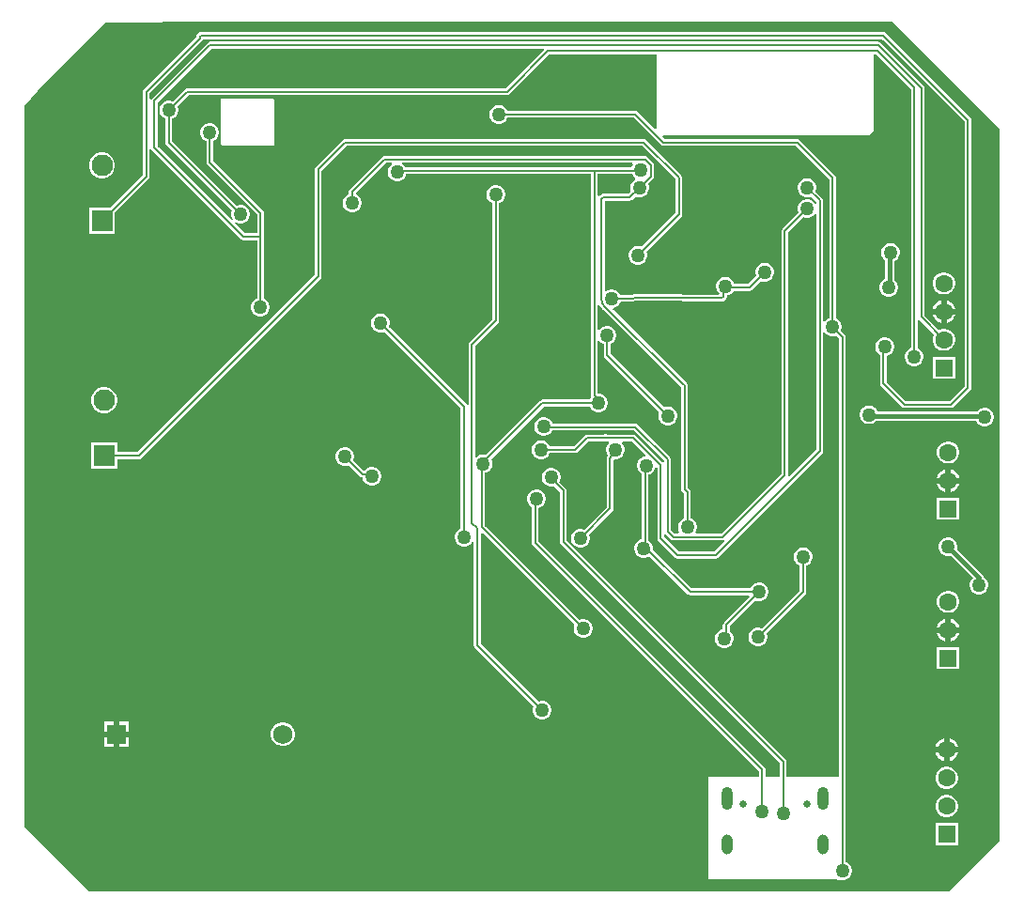
<source format=gbl>
%TF.GenerationSoftware,Altium Limited,Altium Designer,22.4.2 (48)*%
G04 Layer_Physical_Order=2*
G04 Layer_Color=16711680*
%FSLAX45Y45*%
%MOMM*%
%TF.SameCoordinates,2FA726A9-CE4F-4E86-892B-79CA134EB5E5*%
%TF.FilePolarity,Positive*%
%TF.FileFunction,Copper,L2,Bot,Signal*%
%TF.Part,Single*%
G01*
G75*
%TA.AperFunction,Conductor*%
%ADD10C,0.20320*%
%ADD30C,0.38100*%
%TA.AperFunction,ComponentPad*%
%ADD31C,1.60000*%
%ADD32R,1.60000X1.60000*%
%ADD33C,0.65000*%
G04:AMPARAMS|DCode=34|XSize=1mm|YSize=1.8mm|CornerRadius=0.5mm|HoleSize=0mm|Usage=FLASHONLY|Rotation=0.000|XOffset=0mm|YOffset=0mm|HoleType=Round|Shape=RoundedRectangle|*
%AMROUNDEDRECTD34*
21,1,1.00000,0.80000,0,0,0.0*
21,1,0.00000,1.80000,0,0,0.0*
1,1,1.00000,0.00000,-0.40000*
1,1,1.00000,0.00000,-0.40000*
1,1,1.00000,0.00000,0.40000*
1,1,1.00000,0.00000,0.40000*
%
%ADD34ROUNDEDRECTD34*%
G04:AMPARAMS|DCode=35|XSize=1mm|YSize=2.1mm|CornerRadius=0.5mm|HoleSize=0mm|Usage=FLASHONLY|Rotation=0.000|XOffset=0mm|YOffset=0mm|HoleType=Round|Shape=RoundedRectangle|*
%AMROUNDEDRECTD35*
21,1,1.00000,1.10000,0,0,0.0*
21,1,0.00000,2.10000,0,0,0.0*
1,1,1.00000,0.00000,-0.55000*
1,1,1.00000,0.00000,-0.55000*
1,1,1.00000,0.00000,0.55000*
1,1,1.00000,0.00000,0.55000*
%
%ADD35ROUNDEDRECTD35*%
%ADD36C,1.95000*%
%ADD37R,1.95000X1.95000*%
%ADD38C,1.75000*%
%ADD39R,1.75000X1.75000*%
%TA.AperFunction,ViaPad*%
%ADD40C,1.27000*%
G36*
X14116051Y10471150D02*
Y4057650D01*
X13658850Y3600450D01*
X5911850D01*
X5327650Y4184650D01*
Y10680985D01*
X5505917Y10878017D01*
X6062454Y11434554D01*
X7067945Y11436350D01*
X13150850D01*
X14116051Y10471150D01*
D02*
G37*
%LPC*%
G36*
X7569200Y10744200D02*
X7099300D01*
Y10337800D01*
X7112000Y10325100D01*
X7581900D01*
Y10731500D01*
X7569200Y10744200D01*
D02*
G37*
G36*
X6042213Y10261119D02*
X6011191D01*
X5981225Y10253090D01*
X5954359Y10237579D01*
X5932423Y10215643D01*
X5916911Y10188776D01*
X5908882Y10158811D01*
Y10127788D01*
X5916911Y10097823D01*
X5932423Y10070956D01*
X5954359Y10049020D01*
X5981225Y10033509D01*
X6011191Y10025480D01*
X6042213D01*
X6072179Y10033509D01*
X6099045Y10049020D01*
X6120982Y10070956D01*
X6136493Y10097823D01*
X6144522Y10127788D01*
Y10158811D01*
X6136493Y10188776D01*
X6120982Y10215643D01*
X6099045Y10237579D01*
X6072179Y10253090D01*
X6042213Y10261119D01*
D02*
G37*
G36*
X10909300Y10381577D02*
X8216900D01*
X8205007Y10379212D01*
X8194925Y10372475D01*
X7953625Y10131175D01*
X7946888Y10121093D01*
X7944523Y10109200D01*
Y9156872D01*
X6345129Y7557478D01*
X6163020D01*
Y7644221D01*
X5927380D01*
Y7408581D01*
X6163020D01*
Y7495324D01*
X6358001D01*
X6369894Y7497689D01*
X6379976Y7504426D01*
X7997575Y9122025D01*
X8004312Y9132107D01*
X8006677Y9144000D01*
Y10096328D01*
X8229772Y10319423D01*
X10896428D01*
X11195723Y10020128D01*
Y9715672D01*
X10891998Y9411947D01*
X10890853Y9412608D01*
X10869535Y9418320D01*
X10847465D01*
X10826147Y9412608D01*
X10807033Y9401573D01*
X10791427Y9385967D01*
X10780392Y9366853D01*
X10774680Y9345535D01*
Y9323465D01*
X10780392Y9302147D01*
X10791427Y9283033D01*
X10807033Y9267427D01*
X10826147Y9256392D01*
X10847465Y9250680D01*
X10869535D01*
X10890853Y9256392D01*
X10909967Y9267427D01*
X10925573Y9283033D01*
X10936608Y9302147D01*
X10942320Y9323465D01*
Y9345535D01*
X10936608Y9366853D01*
X10935947Y9367998D01*
X11248775Y9680825D01*
X11255512Y9690907D01*
X11257877Y9702800D01*
Y10033000D01*
X11255512Y10044893D01*
X11248775Y10054975D01*
X10931275Y10372475D01*
X10921193Y10379212D01*
X10909300Y10381577D01*
D02*
G37*
G36*
X13627608Y9180820D02*
X13601193D01*
X13575677Y9173983D01*
X13552802Y9160776D01*
X13534125Y9142098D01*
X13520917Y9119222D01*
X13514079Y9093707D01*
Y9067293D01*
X13520917Y9041778D01*
X13534125Y9018902D01*
X13552802Y9000224D01*
X13575677Y8987017D01*
X13601193Y8980180D01*
X13627608D01*
X13653122Y8987017D01*
X13675998Y9000224D01*
X13694676Y9018902D01*
X13707883Y9041778D01*
X13714720Y9067293D01*
Y9093707D01*
X13707883Y9119222D01*
X13694676Y9142098D01*
X13675998Y9160776D01*
X13653122Y9173983D01*
X13627608Y9180820D01*
D02*
G37*
G36*
X13142834Y9443720D02*
X13120766D01*
X13099448Y9438008D01*
X13080333Y9426973D01*
X13064726Y9411367D01*
X13053693Y9392253D01*
X13047980Y9370935D01*
Y9348865D01*
X13053693Y9327547D01*
X13064726Y9308433D01*
X13080333Y9292827D01*
X13085309Y9289955D01*
Y9119677D01*
X13067633Y9109473D01*
X13052026Y9093867D01*
X13040993Y9074753D01*
X13035280Y9053435D01*
Y9031365D01*
X13040993Y9010047D01*
X13052026Y8990933D01*
X13067633Y8975327D01*
X13086748Y8964292D01*
X13108064Y8958580D01*
X13130135D01*
X13151453Y8964292D01*
X13170567Y8975327D01*
X13186172Y8990933D01*
X13197208Y9010047D01*
X13202921Y9031365D01*
Y9053435D01*
X13197208Y9074753D01*
X13186172Y9093867D01*
X13170567Y9109473D01*
X13165591Y9112345D01*
Y9282623D01*
X13183267Y9292827D01*
X13198872Y9308433D01*
X13209908Y9327547D01*
X13215620Y9348865D01*
Y9370935D01*
X13209908Y9392253D01*
X13198872Y9411367D01*
X13183267Y9426973D01*
X13164153Y9438008D01*
X13142834Y9443720D01*
D02*
G37*
G36*
X13639799Y8928812D02*
Y8851900D01*
X13716711D01*
X13712617Y8867183D01*
X13698741Y8891217D01*
X13679117Y8910841D01*
X13655083Y8924717D01*
X13639799Y8928812D01*
D02*
G37*
G36*
X13589000D02*
X13573717Y8924717D01*
X13549683Y8910841D01*
X13530058Y8891217D01*
X13516183Y8867183D01*
X13512088Y8851900D01*
X13589000D01*
Y8928812D01*
D02*
G37*
G36*
X13716711Y8801100D02*
X13639799D01*
Y8724188D01*
X13655083Y8728283D01*
X13679117Y8742159D01*
X13698741Y8761783D01*
X13712617Y8785817D01*
X13716711Y8801100D01*
D02*
G37*
G36*
X13589000D02*
X13512088D01*
X13516183Y8785817D01*
X13530058Y8761783D01*
X13549683Y8742159D01*
X13573717Y8728283D01*
X13589000Y8724188D01*
Y8801100D01*
D02*
G37*
G36*
X13714720Y8418820D02*
X13514079D01*
Y8218180D01*
X13714720D01*
Y8418820D01*
D02*
G37*
G36*
X13070659Y11344418D02*
X6918344D01*
X6906451Y11342052D01*
X6896369Y11335315D01*
X6886825Y11325772D01*
X6880088Y11315690D01*
X6877723Y11303797D01*
Y11303172D01*
X6404225Y10829675D01*
X6397488Y10819593D01*
X6395123Y10807700D01*
Y10055671D01*
X6100573Y9761120D01*
X5908882D01*
Y9525481D01*
X6144522D01*
Y9717171D01*
X6448175Y10020823D01*
X6454912Y10030906D01*
X6457277Y10042798D01*
Y10283850D01*
X6469051Y10291357D01*
X6469977Y10291234D01*
X6476142Y10282008D01*
X7280525Y9477625D01*
X7290607Y9470888D01*
X7302500Y9468523D01*
X7423823D01*
Y8943050D01*
X7422547Y8942708D01*
X7403433Y8931673D01*
X7387827Y8916067D01*
X7376792Y8896953D01*
X7371080Y8875635D01*
Y8853565D01*
X7376792Y8832247D01*
X7387827Y8813133D01*
X7403433Y8797527D01*
X7422547Y8786492D01*
X7443865Y8780780D01*
X7465935D01*
X7487253Y8786492D01*
X7506367Y8797527D01*
X7521973Y8813133D01*
X7533008Y8832247D01*
X7538720Y8853565D01*
Y8875635D01*
X7533008Y8896953D01*
X7521973Y8916067D01*
X7506367Y8931673D01*
X7487253Y8942708D01*
X7485977Y8943050D01*
Y9499600D01*
Y9715500D01*
X7483612Y9727393D01*
X7476875Y9737475D01*
X7028777Y10185572D01*
Y10360950D01*
X7030053Y10361292D01*
X7049167Y10372327D01*
X7064773Y10387933D01*
X7075808Y10407047D01*
X7081520Y10428365D01*
Y10450435D01*
X7075808Y10471753D01*
X7064773Y10490867D01*
X7049167Y10506473D01*
X7030053Y10517508D01*
X7008735Y10523220D01*
X6986665D01*
X6965347Y10517508D01*
X6946233Y10506473D01*
X6930627Y10490867D01*
X6919592Y10471753D01*
X6913880Y10450435D01*
Y10428365D01*
X6919592Y10407047D01*
X6930627Y10387933D01*
X6946233Y10372327D01*
X6965347Y10361292D01*
X6966623Y10360950D01*
Y10172700D01*
X6968988Y10160807D01*
X6975725Y10150725D01*
X7423823Y9702627D01*
Y9530677D01*
X7315373D01*
X7224105Y9621945D01*
X7231903Y9632107D01*
X7244747Y9624692D01*
X7266065Y9618980D01*
X7288135D01*
X7309453Y9624692D01*
X7328567Y9635727D01*
X7344173Y9651333D01*
X7355208Y9670447D01*
X7360920Y9691765D01*
Y9713835D01*
X7355208Y9735153D01*
X7344173Y9754267D01*
X7328567Y9769873D01*
X7309453Y9780908D01*
X7288135Y9786620D01*
X7266065D01*
X7244747Y9780908D01*
X7243603Y9780247D01*
X6660477Y10363372D01*
Y10564150D01*
X6661753Y10564492D01*
X6680867Y10575527D01*
X6696473Y10591133D01*
X6707508Y10610247D01*
X6713220Y10631565D01*
Y10653635D01*
X6707508Y10674953D01*
X6706847Y10676098D01*
X6807372Y10776623D01*
X9678677D01*
X9690569Y10778988D01*
X9700651Y10785725D01*
X10059849Y11144923D01*
X11023600D01*
Y10476277D01*
X11011867Y10471417D01*
X10856809Y10626475D01*
X10846727Y10633212D01*
X10834834Y10635577D01*
X9679650D01*
X9679308Y10636853D01*
X9668273Y10655967D01*
X9652667Y10671573D01*
X9633553Y10682608D01*
X9612235Y10688320D01*
X9590165D01*
X9568847Y10682608D01*
X9549733Y10671573D01*
X9534127Y10655967D01*
X9523092Y10636853D01*
X9517380Y10615535D01*
Y10593465D01*
X9523092Y10572147D01*
X9534127Y10553033D01*
X9549733Y10537427D01*
X9568847Y10526392D01*
X9590165Y10520680D01*
X9612235D01*
X9633553Y10526392D01*
X9652667Y10537427D01*
X9668273Y10553033D01*
X9679308Y10572147D01*
X9679650Y10573423D01*
X10821961D01*
X11066859Y10328525D01*
X11076941Y10321788D01*
X11088834Y10319423D01*
X12280728D01*
X12580023Y10020128D01*
Y8765250D01*
X12578747Y8764908D01*
X12559633Y8753873D01*
X12544027Y8738267D01*
X12540577Y8732291D01*
X12527877Y8735694D01*
Y9829800D01*
X12525512Y9841693D01*
X12518775Y9851775D01*
X12459947Y9910602D01*
X12460608Y9911747D01*
X12466320Y9933065D01*
Y9955135D01*
X12460608Y9976453D01*
X12449573Y9995567D01*
X12433967Y10011173D01*
X12414853Y10022208D01*
X12393535Y10027920D01*
X12371465D01*
X12350147Y10022208D01*
X12331033Y10011173D01*
X12315427Y9995567D01*
X12304392Y9976453D01*
X12298680Y9955135D01*
Y9933065D01*
X12304392Y9911747D01*
X12315427Y9892633D01*
X12331033Y9877027D01*
X12350147Y9865992D01*
X12371465Y9860280D01*
X12393535D01*
X12414853Y9865992D01*
X12415998Y9866653D01*
X12465723Y9816928D01*
Y9802494D01*
X12453023Y9799091D01*
X12449573Y9805067D01*
X12433967Y9820673D01*
X12414853Y9831708D01*
X12393535Y9837420D01*
X12371465D01*
X12350147Y9831708D01*
X12331033Y9820673D01*
X12315427Y9805067D01*
X12304392Y9785953D01*
X12298680Y9764635D01*
Y9742565D01*
X12304392Y9721247D01*
X12305053Y9720102D01*
X12157325Y9572375D01*
X12150588Y9562293D01*
X12148223Y9550400D01*
Y7366172D01*
X11607628Y6825577D01*
X11381063D01*
X11373735Y6838277D01*
X11381108Y6851047D01*
X11386820Y6872365D01*
Y6894435D01*
X11381108Y6915753D01*
X11370073Y6934867D01*
X11354467Y6950473D01*
X11335353Y6961508D01*
X11334077Y6961850D01*
Y7200900D01*
X11331712Y7212793D01*
X11324975Y7222875D01*
X11308677Y7239172D01*
Y8160148D01*
X11306312Y8172041D01*
X11299575Y8182123D01*
X11287671Y8194027D01*
X11287587Y8194083D01*
X11287530Y8194166D01*
X10627635Y8845687D01*
X10633777Y8857470D01*
X10653202Y8862675D01*
X10672316Y8873710D01*
X10687922Y8889316D01*
X10698957Y8908429D01*
X10700168Y8912950D01*
X10726270Y8914026D01*
X10726300Y8914033D01*
X10726330Y8914029D01*
X10919506Y8922369D01*
X10919602Y8922393D01*
X10921195Y8922709D01*
X10922578Y8922420D01*
X11596606Y8915676D01*
X11596762Y8915706D01*
X11596917Y8915675D01*
X11613752D01*
X11625645Y8918040D01*
X11635727Y8924777D01*
X11650095Y8939145D01*
X11656832Y8949227D01*
X11659197Y8961120D01*
Y8971886D01*
X11678253Y8976992D01*
X11697367Y8988027D01*
X11712973Y9003633D01*
X11717412Y9011323D01*
X11861800D01*
X11873693Y9013688D01*
X11883775Y9020425D01*
X11968002Y9104653D01*
X11969147Y9103992D01*
X11990465Y9098280D01*
X12012535D01*
X12033853Y9103992D01*
X12052967Y9115027D01*
X12068573Y9130633D01*
X12079608Y9149747D01*
X12085320Y9171065D01*
Y9193135D01*
X12079608Y9214453D01*
X12068573Y9233567D01*
X12052967Y9249173D01*
X12033853Y9260208D01*
X12012535Y9265920D01*
X11990465D01*
X11969147Y9260208D01*
X11950033Y9249173D01*
X11934427Y9233567D01*
X11923392Y9214453D01*
X11917680Y9193135D01*
Y9171065D01*
X11923392Y9149747D01*
X11924053Y9148602D01*
X11848928Y9073477D01*
X11727753D01*
X11724008Y9087453D01*
X11712973Y9106567D01*
X11697367Y9122173D01*
X11678253Y9133208D01*
X11656935Y9138920D01*
X11634865D01*
X11613547Y9133208D01*
X11594433Y9122173D01*
X11578827Y9106567D01*
X11567792Y9087453D01*
X11562080Y9066135D01*
Y9044065D01*
X11567792Y9022747D01*
X11578827Y9003633D01*
X11591879Y8990582D01*
X11588749Y8979869D01*
X11587395Y8977926D01*
X10935899Y8984444D01*
X10923203Y8984852D01*
X10922000Y8985010D01*
X10918748Y8984582D01*
X10916825Y8984466D01*
X10910703Y8984201D01*
X10723679Y8976126D01*
X10697845Y8975061D01*
X10687922Y8992249D01*
X10672316Y9007855D01*
X10653202Y9018890D01*
X10631884Y9024602D01*
X10609814D01*
X10588496Y9018890D01*
X10570754Y9008647D01*
X10559560Y9011933D01*
X10558060Y9012556D01*
X10559347Y9824123D01*
X10782300D01*
X10794193Y9826488D01*
X10804275Y9833225D01*
X10837702Y9866653D01*
X10838847Y9865992D01*
X10860165Y9860280D01*
X10882235D01*
X10903553Y9865992D01*
X10922667Y9877027D01*
X10938273Y9892633D01*
X10949308Y9911747D01*
X10955020Y9933065D01*
Y9955135D01*
X10949308Y9976453D01*
X10948647Y9977598D01*
X10994775Y10023725D01*
X11001512Y10033807D01*
X11003877Y10045700D01*
Y10146023D01*
X11001512Y10157916D01*
X10994775Y10167998D01*
X10942698Y10220075D01*
X10932616Y10226812D01*
X10920723Y10229177D01*
X8572500D01*
X8560607Y10226812D01*
X8550525Y10220075D01*
X8258425Y9927975D01*
X8251688Y9917893D01*
X8249323Y9906000D01*
Y9882850D01*
X8248047Y9882508D01*
X8228933Y9871473D01*
X8213327Y9855867D01*
X8202292Y9836753D01*
X8196580Y9815435D01*
Y9793365D01*
X8202292Y9772047D01*
X8213327Y9752933D01*
X8228933Y9737327D01*
X8248047Y9726292D01*
X8269365Y9720580D01*
X8291435D01*
X8312753Y9726292D01*
X8331867Y9737327D01*
X8347473Y9752933D01*
X8358508Y9772047D01*
X8364220Y9793365D01*
Y9815435D01*
X8358508Y9836753D01*
X8347473Y9855867D01*
X8331867Y9871473D01*
X8314318Y9881604D01*
X8313111Y9891106D01*
X8313270Y9894920D01*
X8585373Y10167023D01*
X8637906D01*
X8641309Y10154323D01*
X8635333Y10150873D01*
X8619727Y10135267D01*
X8608692Y10116153D01*
X8602980Y10094835D01*
Y10072765D01*
X8608692Y10051447D01*
X8619727Y10032333D01*
X8635333Y10016727D01*
X8654447Y10005692D01*
X8675765Y9999980D01*
X8697835D01*
X8719153Y10005692D01*
X8738267Y10016727D01*
X8753873Y10032333D01*
X8764908Y10051447D01*
X8768653Y10065423D01*
X10433723D01*
Y8066243D01*
X10436088Y8054350D01*
X10436738Y8053378D01*
X10435827Y8052467D01*
X10424792Y8033353D01*
X10424450Y8032077D01*
X9994900D01*
X9983007Y8029712D01*
X9972925Y8022975D01*
X9485627Y7535677D01*
X9474269Y7538720D01*
X9452199D01*
X9430881Y7533008D01*
X9411767Y7521973D01*
X9403677Y7513883D01*
X9390977Y7519143D01*
Y8514082D01*
X9597775Y8720880D01*
X9604512Y8730962D01*
X9606877Y8742854D01*
Y9802150D01*
X9608153Y9802492D01*
X9627267Y9813527D01*
X9642873Y9829133D01*
X9653908Y9848247D01*
X9659620Y9869565D01*
Y9891635D01*
X9653908Y9912953D01*
X9642873Y9932067D01*
X9627267Y9947673D01*
X9608153Y9958708D01*
X9586835Y9964420D01*
X9564765D01*
X9543447Y9958708D01*
X9524333Y9947673D01*
X9508727Y9932067D01*
X9497692Y9912953D01*
X9491980Y9891635D01*
Y9869565D01*
X9497692Y9848247D01*
X9508727Y9829133D01*
X9524333Y9813527D01*
X9543447Y9802492D01*
X9544723Y9802150D01*
Y8755727D01*
X9337925Y8548929D01*
X9331188Y8538847D01*
X9328823Y8526954D01*
Y7988945D01*
X9316123Y7985092D01*
X9312025Y7991225D01*
X8611847Y8691402D01*
X8612508Y8692547D01*
X8618220Y8713865D01*
Y8735935D01*
X8612508Y8757253D01*
X8601473Y8776367D01*
X8585867Y8791973D01*
X8566753Y8803008D01*
X8545435Y8808720D01*
X8523365D01*
X8502047Y8803008D01*
X8482933Y8791973D01*
X8467327Y8776367D01*
X8456292Y8757253D01*
X8450580Y8735935D01*
Y8713865D01*
X8456292Y8692547D01*
X8467327Y8673433D01*
X8482933Y8657827D01*
X8502047Y8646792D01*
X8523365Y8641080D01*
X8545435D01*
X8566753Y8646792D01*
X8567898Y8647453D01*
X9258973Y7956378D01*
Y6872950D01*
X9257697Y6872608D01*
X9238583Y6861573D01*
X9222977Y6845967D01*
X9211942Y6826853D01*
X9206230Y6805535D01*
Y6783465D01*
X9211942Y6762147D01*
X9222977Y6743033D01*
X9238583Y6727427D01*
X9257697Y6716392D01*
X9279015Y6710680D01*
X9301085D01*
X9322403Y6716392D01*
X9341517Y6727427D01*
X9357123Y6743033D01*
X9364383Y6755608D01*
X9377083Y6752205D01*
Y5819140D01*
X9379448Y5807247D01*
X9386185Y5797165D01*
X9917453Y5265898D01*
X9916792Y5264753D01*
X9911080Y5243435D01*
Y5221365D01*
X9916792Y5200047D01*
X9927827Y5180933D01*
X9943433Y5165327D01*
X9962547Y5154292D01*
X9983865Y5148580D01*
X10005935D01*
X10027253Y5154292D01*
X10046367Y5165327D01*
X10061973Y5180933D01*
X10073008Y5200047D01*
X10078720Y5221365D01*
Y5243435D01*
X10073008Y5264753D01*
X10061973Y5283867D01*
X10046367Y5299473D01*
X10027253Y5310508D01*
X10005935Y5316220D01*
X9983865D01*
X9962547Y5310508D01*
X9961402Y5309847D01*
X9439237Y5832012D01*
Y6832420D01*
X9450970Y6837280D01*
X10285753Y6002498D01*
X10285092Y6001353D01*
X10279380Y5980035D01*
Y5957965D01*
X10285092Y5936647D01*
X10296127Y5917533D01*
X10311733Y5901927D01*
X10330847Y5890892D01*
X10352165Y5885180D01*
X10374235D01*
X10395553Y5890892D01*
X10414667Y5901927D01*
X10430273Y5917533D01*
X10441308Y5936647D01*
X10447020Y5957965D01*
Y5980035D01*
X10441308Y6001353D01*
X10430273Y6020467D01*
X10414667Y6036073D01*
X10395553Y6047108D01*
X10374235Y6052820D01*
X10352165D01*
X10330847Y6047108D01*
X10329702Y6046447D01*
X9479877Y6896272D01*
Y7372583D01*
X9495587Y7376792D01*
X9514701Y7387827D01*
X9530307Y7403433D01*
X9541342Y7422547D01*
X9547054Y7443865D01*
Y7465935D01*
X9541342Y7487253D01*
X9535398Y7497548D01*
X10007772Y7969923D01*
X10424450D01*
X10424792Y7968647D01*
X10435827Y7949533D01*
X10451433Y7933927D01*
X10470547Y7922892D01*
X10491865Y7917180D01*
X10513935D01*
X10535253Y7922892D01*
X10554367Y7933927D01*
X10569973Y7949533D01*
X10581008Y7968647D01*
X10586720Y7989965D01*
Y8012035D01*
X10581008Y8033353D01*
X10569973Y8052467D01*
X10554367Y8068073D01*
X10535253Y8079108D01*
X10513935Y8084820D01*
X10495877D01*
Y8561706D01*
X10508577Y8565109D01*
X10512027Y8559133D01*
X10527633Y8543527D01*
X10546747Y8532492D01*
X10548023Y8532150D01*
Y8432800D01*
X10550388Y8420907D01*
X10557125Y8410825D01*
X11047753Y7920198D01*
X11047092Y7919053D01*
X11041380Y7897735D01*
Y7875665D01*
X11047092Y7854347D01*
X11058127Y7835233D01*
X11073733Y7819627D01*
X11092847Y7808592D01*
X11114165Y7802880D01*
X11136235D01*
X11157553Y7808592D01*
X11176667Y7819627D01*
X11192273Y7835233D01*
X11203308Y7854347D01*
X11209020Y7875665D01*
Y7897735D01*
X11203308Y7919053D01*
X11192273Y7938167D01*
X11176667Y7953773D01*
X11157553Y7964808D01*
X11136235Y7970520D01*
X11114165D01*
X11092847Y7964808D01*
X11091702Y7964147D01*
X10610177Y8445672D01*
Y8532150D01*
X10611453Y8532492D01*
X10630567Y8543527D01*
X10646173Y8559133D01*
X10657208Y8578247D01*
X10662920Y8599565D01*
Y8621635D01*
X10657208Y8642953D01*
X10646173Y8662067D01*
X10630567Y8677673D01*
X10611453Y8688708D01*
X10590135Y8694420D01*
X10568065D01*
X10546747Y8688708D01*
X10527633Y8677673D01*
X10512027Y8662067D01*
X10508577Y8656091D01*
X10495877Y8659494D01*
Y8884075D01*
X10508577Y8886601D01*
X10512133Y8878016D01*
X10524933Y8861335D01*
X10532083Y8852016D01*
X10532566Y8851645D01*
X10532819Y8851900D01*
X10532881Y8851895D01*
X11243802Y8149996D01*
X11246523Y8147276D01*
Y7226300D01*
X11248888Y7214407D01*
X11255625Y7204325D01*
X11271923Y7188028D01*
Y6961850D01*
X11270647Y6961508D01*
X11251533Y6950473D01*
X11235927Y6934867D01*
X11224892Y6915753D01*
X11219180Y6894435D01*
Y6872365D01*
X11224892Y6851047D01*
X11232265Y6838277D01*
X11224937Y6825577D01*
X11188076D01*
X11156277Y6857376D01*
Y7493000D01*
X11153912Y7504893D01*
X11147175Y7514975D01*
X10855075Y7807075D01*
X10844993Y7813812D01*
X10833100Y7816177D01*
X10087105D01*
X10085402Y7822535D01*
X10074367Y7841648D01*
X10058761Y7857254D01*
X10039647Y7868289D01*
X10018329Y7874001D01*
X9996259D01*
X9974941Y7868289D01*
X9955827Y7857254D01*
X9940221Y7841648D01*
X9929186Y7822535D01*
X9923474Y7801216D01*
Y7779146D01*
X9929186Y7757828D01*
X9940221Y7738715D01*
X9955827Y7723109D01*
X9974941Y7712073D01*
X9996259Y7706361D01*
X10018329D01*
X10039647Y7712073D01*
X10058761Y7723109D01*
X10074367Y7738715D01*
X10083205Y7754023D01*
X10820228D01*
X11092561Y7481689D01*
X11091882Y7470560D01*
X11079960Y7466613D01*
X10851907Y7694665D01*
X10851907Y7694666D01*
X10846515Y7700057D01*
X10846515Y7700058D01*
X10840119Y7706453D01*
X10830037Y7713190D01*
X10818144Y7715555D01*
X10591012D01*
X10589801Y7717367D01*
X10579719Y7724104D01*
X10576697Y7724705D01*
X10576523Y7724805D01*
X10575521Y7724939D01*
X10567826Y7726469D01*
X10566490D01*
X10565502Y7726273D01*
X10564504Y7726406D01*
X10563857Y7726365D01*
X10557649Y7724711D01*
X10554597Y7724104D01*
X10554085Y7723762D01*
X10552140Y7723244D01*
X10542509Y7715876D01*
X10542323Y7715555D01*
X10396027D01*
X10384135Y7713190D01*
X10374053Y7706453D01*
X10280577Y7612977D01*
X10060650D01*
X10060308Y7614253D01*
X10049273Y7633367D01*
X10033667Y7648973D01*
X10014553Y7660008D01*
X9993235Y7665720D01*
X9971165D01*
X9949847Y7660008D01*
X9930733Y7648973D01*
X9915127Y7633367D01*
X9904092Y7614253D01*
X9898380Y7592935D01*
Y7570865D01*
X9904092Y7549547D01*
X9915127Y7530433D01*
X9930733Y7514827D01*
X9949847Y7503792D01*
X9971165Y7498080D01*
X9993235D01*
X10014553Y7503792D01*
X10033667Y7514827D01*
X10049273Y7530433D01*
X10060308Y7549547D01*
X10060650Y7550823D01*
X10293449D01*
X10305342Y7553188D01*
X10315424Y7559925D01*
X10408900Y7653401D01*
X10590301D01*
X10595561Y7640701D01*
X10588227Y7633367D01*
X10577192Y7614253D01*
X10571480Y7592935D01*
Y7570865D01*
X10577192Y7549547D01*
X10587893Y7531012D01*
X10579773Y7517689D01*
X10578942Y7515419D01*
X10577599Y7513409D01*
X10576877Y7509779D01*
X10575604Y7506302D01*
X10575705Y7503886D01*
X10575233Y7501516D01*
X10575233Y7484682D01*
Y7063182D01*
X10371298Y6859247D01*
X10370153Y6859908D01*
X10348835Y6865620D01*
X10326765D01*
X10305447Y6859908D01*
X10286333Y6848873D01*
X10270727Y6833267D01*
X10259692Y6814153D01*
X10253980Y6792835D01*
Y6770765D01*
X10259692Y6749447D01*
X10270727Y6730333D01*
X10286333Y6714727D01*
X10305447Y6703692D01*
X10326765Y6697980D01*
X10348835D01*
X10370153Y6703692D01*
X10389267Y6714727D01*
X10404873Y6730333D01*
X10415908Y6749447D01*
X10421620Y6770765D01*
Y6792835D01*
X10415908Y6814153D01*
X10415247Y6815298D01*
X10628285Y7028335D01*
X10635022Y7038417D01*
X10637387Y7050310D01*
Y7486999D01*
X10644265Y7498080D01*
X10666335D01*
X10687653Y7503792D01*
X10706767Y7514827D01*
X10722373Y7530433D01*
X10733408Y7549547D01*
X10739120Y7570865D01*
Y7592935D01*
X10733408Y7614253D01*
X10722373Y7633367D01*
X10715039Y7640701D01*
X10720299Y7653401D01*
X10805272D01*
X10807958Y7650715D01*
X10807959Y7650714D01*
X10924809Y7533864D01*
X10923619Y7530990D01*
X10918663Y7522050D01*
X10898754Y7516715D01*
X10879641Y7505680D01*
X10864035Y7490074D01*
X10853000Y7470961D01*
X10847288Y7449643D01*
Y7427573D01*
X10853000Y7406254D01*
X10864035Y7387141D01*
X10879641Y7371535D01*
X10892114Y7364334D01*
X10891091Y7354526D01*
X10891241Y7352901D01*
X10890923Y7351302D01*
X10890923Y7334468D01*
Y6774753D01*
X10876947Y6771008D01*
X10857833Y6759973D01*
X10842227Y6744367D01*
X10831192Y6725253D01*
X10825480Y6703935D01*
Y6681865D01*
X10831192Y6660547D01*
X10842227Y6641433D01*
X10857833Y6625827D01*
X10876947Y6614792D01*
X10898265Y6609080D01*
X10920335D01*
X10941653Y6614792D01*
X10958901Y6624750D01*
X11306425Y6277225D01*
X11316507Y6270488D01*
X11328400Y6268123D01*
X11857712D01*
X11862973Y6255423D01*
X11631637Y6024087D01*
X11624901Y6014005D01*
X11622535Y6002112D01*
Y5963920D01*
X11622165D01*
X11600847Y5958208D01*
X11581733Y5947173D01*
X11566127Y5931567D01*
X11555092Y5912453D01*
X11549380Y5891135D01*
Y5869065D01*
X11555092Y5847747D01*
X11566127Y5828633D01*
X11581733Y5813027D01*
X11600847Y5801992D01*
X11622165Y5796280D01*
X11644235D01*
X11665553Y5801992D01*
X11684667Y5813027D01*
X11700273Y5828633D01*
X11711308Y5847747D01*
X11717020Y5869065D01*
Y5891135D01*
X11711308Y5912453D01*
X11700273Y5931567D01*
X11684689Y5947150D01*
Y5989240D01*
X11917202Y6221753D01*
X11918347Y6221092D01*
X11939665Y6215380D01*
X11961735D01*
X11983053Y6221092D01*
X12002167Y6232127D01*
X12017773Y6247733D01*
X12028808Y6266847D01*
X12034520Y6288165D01*
Y6310235D01*
X12028808Y6331553D01*
X12017773Y6350667D01*
X12002167Y6366273D01*
X11983053Y6377308D01*
X11961735Y6383020D01*
X11939665D01*
X11918347Y6377308D01*
X11899233Y6366273D01*
X11883627Y6350667D01*
X11872592Y6331553D01*
X11872250Y6330277D01*
X11341272D01*
X10992394Y6679156D01*
X10993120Y6681865D01*
Y6703935D01*
X10987408Y6725253D01*
X10976373Y6744367D01*
X10960767Y6759973D01*
X10953077Y6764412D01*
Y7334467D01*
X10953077Y7349684D01*
X10953939Y7357949D01*
X10963461Y7360500D01*
X10982574Y7371535D01*
X10998180Y7387141D01*
X11009215Y7406254D01*
X11012036Y7416779D01*
X11026761Y7423305D01*
X11029690Y7421739D01*
X11030623Y7420327D01*
Y6781003D01*
X11032988Y6769110D01*
X11039725Y6759028D01*
X11191328Y6607425D01*
X11201410Y6600688D01*
X11213303Y6598323D01*
X11557000D01*
X11568893Y6600688D01*
X11578975Y6607425D01*
X12518775Y7547225D01*
X12525512Y7557307D01*
X12527877Y7569200D01*
Y8637906D01*
X12540577Y8641309D01*
X12544027Y8635333D01*
X12559633Y8619727D01*
X12578747Y8608692D01*
X12600065Y8602980D01*
X12622135D01*
X12643453Y8608692D01*
X12644598Y8609353D01*
X12668923Y8585027D01*
Y4635443D01*
X12197677D01*
Y4768850D01*
X12195312Y4780743D01*
X12188575Y4790825D01*
X10216477Y6762922D01*
Y7213600D01*
X10214112Y7225493D01*
X10207375Y7235575D01*
X10149510Y7293440D01*
X10152800Y7299139D01*
X10158512Y7320457D01*
Y7342527D01*
X10152800Y7363845D01*
X10141765Y7382959D01*
X10126159Y7398565D01*
X10107045Y7409600D01*
X10085727Y7415312D01*
X10063657D01*
X10042339Y7409600D01*
X10023225Y7398565D01*
X10007619Y7382959D01*
X9996584Y7363845D01*
X9990872Y7342527D01*
Y7320457D01*
X9996584Y7299139D01*
X10007619Y7280025D01*
X10023225Y7264419D01*
X10042339Y7253384D01*
X10063657Y7247672D01*
X10085727D01*
X10102803Y7252248D01*
X10154323Y7200728D01*
Y6750050D01*
X10156688Y6738157D01*
X10163425Y6728075D01*
X12135523Y4755978D01*
Y4635443D01*
X12007177D01*
Y4699000D01*
X12004812Y4710893D01*
X11998075Y4720975D01*
X9962477Y6756572D01*
Y7055547D01*
X9976453Y7059292D01*
X9995567Y7070327D01*
X10011173Y7085933D01*
X10022208Y7105047D01*
X10027920Y7126365D01*
Y7148435D01*
X10022208Y7169753D01*
X10011173Y7188867D01*
X9995567Y7204473D01*
X9976453Y7215508D01*
X9955135Y7221220D01*
X9933065D01*
X9911747Y7215508D01*
X9892633Y7204473D01*
X9877027Y7188867D01*
X9865992Y7169753D01*
X9860280Y7148435D01*
Y7126365D01*
X9865992Y7105047D01*
X9877027Y7085933D01*
X9892633Y7070327D01*
X9900323Y7065888D01*
Y6743700D01*
X9902688Y6731807D01*
X9909425Y6721725D01*
X11945023Y4686128D01*
Y4635443D01*
X11493500D01*
Y4610043D01*
Y3708343D01*
X12649200D01*
X12661900Y3695643D01*
X12671671Y3705414D01*
X12688965Y3700780D01*
X12711035D01*
X12732353Y3706492D01*
X12751467Y3717527D01*
X12767073Y3733133D01*
X12778108Y3752247D01*
X12783820Y3773565D01*
Y3795635D01*
X12778108Y3816953D01*
X12767073Y3836067D01*
X12751467Y3851673D01*
X12732353Y3862708D01*
X12731077Y3863050D01*
Y8597900D01*
X12728712Y8609793D01*
X12721975Y8619875D01*
X12688547Y8653302D01*
X12689208Y8654447D01*
X12694920Y8675765D01*
Y8697835D01*
X12689208Y8719153D01*
X12678173Y8738267D01*
X12662567Y8753873D01*
X12643453Y8764908D01*
X12642177Y8765250D01*
Y10033000D01*
X12639812Y10044893D01*
X12633075Y10054975D01*
X12315575Y10372475D01*
X12305493Y10379212D01*
X12293600Y10381577D01*
X11101707D01*
X11081017Y10402267D01*
X11085877Y10414000D01*
X12941299D01*
X12979401Y10452100D01*
Y11144923D01*
X13004628D01*
X13316623Y10832928D01*
Y8498550D01*
X13315347Y8498208D01*
X13296233Y8487173D01*
X13280627Y8471567D01*
X13269592Y8452453D01*
X13263879Y8431135D01*
Y8409065D01*
X13269592Y8387747D01*
X13280627Y8368633D01*
X13296233Y8353027D01*
X13315347Y8341992D01*
X13336665Y8336280D01*
X13358736D01*
X13380054Y8341992D01*
X13399167Y8353027D01*
X13414774Y8368633D01*
X13425809Y8387747D01*
X13431520Y8409065D01*
Y8431135D01*
X13425809Y8452453D01*
X13414774Y8471567D01*
X13399167Y8487173D01*
X13380054Y8498208D01*
X13378777Y8498550D01*
Y8746881D01*
X13391476Y8751473D01*
X13524873Y8618076D01*
X13520917Y8611222D01*
X13514079Y8585707D01*
Y8559293D01*
X13520917Y8533778D01*
X13534125Y8510902D01*
X13552802Y8492224D01*
X13575677Y8479017D01*
X13601193Y8472180D01*
X13627608D01*
X13653122Y8479017D01*
X13675998Y8492224D01*
X13694676Y8510902D01*
X13707883Y8533778D01*
X13714720Y8559293D01*
Y8585707D01*
X13707883Y8611222D01*
X13694676Y8634098D01*
X13675998Y8652776D01*
X13653122Y8665983D01*
X13627608Y8672820D01*
X13601193D01*
X13575677Y8665983D01*
X13568823Y8662026D01*
X13441283Y8789568D01*
Y10840769D01*
X13438916Y10852662D01*
X13432179Y10862744D01*
X13046149Y11248775D01*
X13036066Y11255512D01*
X13024174Y11257877D01*
X6997700D01*
X6985807Y11255512D01*
X6975725Y11248775D01*
X6476142Y10749192D01*
X6469977Y10739966D01*
X6469051Y10739843D01*
X6457277Y10747350D01*
Y10794828D01*
X6930775Y11268325D01*
X6937512Y11278407D01*
X6938279Y11282263D01*
X13057787D01*
X13799223Y10540828D01*
Y8153572D01*
X13665028Y8019377D01*
X13271672D01*
X13099377Y8191672D01*
Y8427147D01*
X13113353Y8430892D01*
X13132468Y8441927D01*
X13148073Y8457533D01*
X13159108Y8476647D01*
X13164819Y8497965D01*
Y8520035D01*
X13159108Y8541353D01*
X13148073Y8560467D01*
X13132468Y8576073D01*
X13113353Y8587108D01*
X13092035Y8592820D01*
X13069965D01*
X13048647Y8587108D01*
X13029533Y8576073D01*
X13013927Y8560467D01*
X13002892Y8541353D01*
X12997180Y8520035D01*
Y8497965D01*
X13002892Y8476647D01*
X13013927Y8457533D01*
X13029533Y8441927D01*
X13037222Y8437488D01*
Y8178800D01*
X13039587Y8166907D01*
X13046326Y8156825D01*
X13236826Y7966325D01*
X13246907Y7959588D01*
X13258800Y7957223D01*
X13677901D01*
X13689793Y7959588D01*
X13699875Y7966325D01*
X13852275Y8118725D01*
X13859012Y8128807D01*
X13861377Y8140700D01*
Y10553700D01*
X13859012Y10565593D01*
X13852275Y10575675D01*
X13092635Y11335315D01*
X13082552Y11342052D01*
X13070659Y11344418D01*
D02*
G37*
G36*
X6060711Y8144220D02*
X6029689D01*
X5999723Y8136191D01*
X5972857Y8120679D01*
X5950921Y8098743D01*
X5935409Y8071877D01*
X5927380Y8041911D01*
Y8010889D01*
X5935409Y7980923D01*
X5950921Y7954057D01*
X5972857Y7932121D01*
X5999723Y7916609D01*
X6029689Y7908580D01*
X6060711D01*
X6090677Y7916609D01*
X6117543Y7932121D01*
X6139479Y7954057D01*
X6154991Y7980923D01*
X6163020Y8010889D01*
Y8041911D01*
X6154991Y8071877D01*
X6139479Y8098743D01*
X6117543Y8120679D01*
X6090677Y8136191D01*
X6060711Y8144220D01*
D02*
G37*
G36*
X12952335Y7979360D02*
X12930264D01*
X12908948Y7973648D01*
X12889833Y7962613D01*
X12874226Y7947007D01*
X12863193Y7927893D01*
X12857480Y7906575D01*
Y7884505D01*
X12863193Y7863187D01*
X12874226Y7844073D01*
X12889833Y7828467D01*
X12908948Y7817432D01*
X12930264Y7811720D01*
X12952335D01*
X12973653Y7817432D01*
X12992767Y7828467D01*
X13008372Y7844073D01*
X13008693Y7844628D01*
X13903793D01*
X13904591Y7841647D01*
X13915627Y7822533D01*
X13931233Y7806927D01*
X13950346Y7795892D01*
X13971664Y7790180D01*
X13993735D01*
X14015053Y7795892D01*
X14034167Y7806927D01*
X14049773Y7822533D01*
X14060808Y7841647D01*
X14066521Y7862965D01*
Y7885035D01*
X14060808Y7906353D01*
X14049773Y7925467D01*
X14034167Y7941073D01*
X14015053Y7952108D01*
X13993735Y7957820D01*
X13971664D01*
X13950346Y7952108D01*
X13931233Y7941073D01*
X13915627Y7925467D01*
X13915306Y7924911D01*
X13020207D01*
X13019408Y7927893D01*
X13008372Y7947007D01*
X12992767Y7962613D01*
X12973653Y7973648D01*
X12952335Y7979360D01*
D02*
G37*
G36*
X13665707Y7656820D02*
X13639293D01*
X13613779Y7649983D01*
X13590903Y7636776D01*
X13572224Y7618098D01*
X13559016Y7595222D01*
X13552180Y7569707D01*
Y7543293D01*
X13559016Y7517778D01*
X13572224Y7494902D01*
X13590903Y7476224D01*
X13613779Y7463017D01*
X13639293Y7456180D01*
X13665707D01*
X13691222Y7463017D01*
X13714098Y7476224D01*
X13732776Y7494902D01*
X13745982Y7517778D01*
X13752820Y7543293D01*
Y7569707D01*
X13745982Y7595222D01*
X13732776Y7618098D01*
X13714098Y7636776D01*
X13691222Y7649983D01*
X13665707Y7656820D01*
D02*
G37*
G36*
X13677901Y7404812D02*
Y7327900D01*
X13754813D01*
X13750717Y7343183D01*
X13736841Y7367217D01*
X13717216Y7386841D01*
X13693182Y7400717D01*
X13677901Y7404812D01*
D02*
G37*
G36*
X13627100D02*
X13611816Y7400717D01*
X13587782Y7386841D01*
X13568159Y7367217D01*
X13554283Y7343183D01*
X13550188Y7327900D01*
X13627100D01*
Y7404812D01*
D02*
G37*
G36*
X8227935Y7602220D02*
X8205865D01*
X8184547Y7596508D01*
X8165433Y7585473D01*
X8149827Y7569867D01*
X8138792Y7550753D01*
X8133080Y7529435D01*
Y7507365D01*
X8138792Y7486047D01*
X8149827Y7466933D01*
X8165433Y7451327D01*
X8184547Y7440292D01*
X8205865Y7434580D01*
X8227935D01*
X8249253Y7440292D01*
X8250398Y7440953D01*
X8352313Y7339037D01*
X8362395Y7332301D01*
X8374288Y7329935D01*
X8374380D01*
Y7329565D01*
X8380092Y7308247D01*
X8391127Y7289133D01*
X8406733Y7273527D01*
X8425847Y7262492D01*
X8447165Y7256780D01*
X8469235D01*
X8490553Y7262492D01*
X8509667Y7273527D01*
X8525273Y7289133D01*
X8536308Y7308247D01*
X8542020Y7329565D01*
Y7351635D01*
X8536308Y7372953D01*
X8525273Y7392067D01*
X8509667Y7407673D01*
X8490553Y7418708D01*
X8469235Y7424420D01*
X8447165D01*
X8425847Y7418708D01*
X8406733Y7407673D01*
X8391150Y7392089D01*
X8387160D01*
X8294347Y7484902D01*
X8295008Y7486047D01*
X8300720Y7507365D01*
Y7529435D01*
X8295008Y7550753D01*
X8283973Y7569867D01*
X8268367Y7585473D01*
X8249253Y7596508D01*
X8227935Y7602220D01*
D02*
G37*
G36*
X13754813Y7277100D02*
X13677901D01*
Y7200188D01*
X13693182Y7204283D01*
X13717216Y7218159D01*
X13736841Y7237783D01*
X13750717Y7261817D01*
X13754813Y7277100D01*
D02*
G37*
G36*
X13627100D02*
X13550188D01*
X13554283Y7261817D01*
X13568159Y7237783D01*
X13587782Y7218159D01*
X13611816Y7204283D01*
X13627100Y7200188D01*
Y7277100D01*
D02*
G37*
G36*
X13752820Y7148820D02*
X13552180D01*
Y6948180D01*
X13752820D01*
Y7148820D01*
D02*
G37*
G36*
X13663535Y6789420D02*
X13641466D01*
X13620148Y6783708D01*
X13601033Y6772673D01*
X13585426Y6757067D01*
X13574393Y6737953D01*
X13568680Y6716635D01*
Y6694565D01*
X13574393Y6673247D01*
X13585426Y6654133D01*
X13601033Y6638527D01*
X13620148Y6627492D01*
X13641466Y6621780D01*
X13663535D01*
X13676167Y6625165D01*
X13875996Y6425335D01*
X13864827Y6414167D01*
X13853792Y6395053D01*
X13848080Y6373735D01*
Y6351665D01*
X13853792Y6330347D01*
X13864827Y6311233D01*
X13880434Y6295627D01*
X13899547Y6284592D01*
X13920865Y6278880D01*
X13942935D01*
X13964253Y6284592D01*
X13983366Y6295627D01*
X13998973Y6311233D01*
X14010008Y6330347D01*
X14015720Y6351665D01*
Y6373735D01*
X14010008Y6395053D01*
X13998973Y6414167D01*
X13983366Y6429773D01*
X13969769Y6437623D01*
X13968987Y6441561D01*
X13960284Y6454584D01*
X13732935Y6681933D01*
X13736320Y6694565D01*
Y6716635D01*
X13730608Y6737953D01*
X13719572Y6757067D01*
X13703967Y6772673D01*
X13684853Y6783708D01*
X13663535Y6789420D01*
D02*
G37*
G36*
X13665707Y6310620D02*
X13639293D01*
X13613779Y6303783D01*
X13590903Y6290576D01*
X13572224Y6271898D01*
X13559016Y6249022D01*
X13552180Y6223507D01*
Y6197093D01*
X13559016Y6171578D01*
X13572224Y6148702D01*
X13590903Y6130024D01*
X13613779Y6116817D01*
X13639293Y6109980D01*
X13665707D01*
X13691222Y6116817D01*
X13714098Y6130024D01*
X13732776Y6148702D01*
X13745982Y6171578D01*
X13752820Y6197093D01*
Y6223507D01*
X13745982Y6249022D01*
X13732776Y6271898D01*
X13714098Y6290576D01*
X13691222Y6303783D01*
X13665707Y6310620D01*
D02*
G37*
G36*
X13677901Y6058612D02*
Y5981700D01*
X13754813D01*
X13750717Y5996983D01*
X13736841Y6021017D01*
X13717216Y6040641D01*
X13693182Y6054517D01*
X13677901Y6058612D01*
D02*
G37*
G36*
X13627100D02*
X13611816Y6054517D01*
X13587782Y6040641D01*
X13568159Y6021017D01*
X13554283Y5996983D01*
X13550188Y5981700D01*
X13627100D01*
Y6058612D01*
D02*
G37*
G36*
X12355435Y6700520D02*
X12333365D01*
X12312047Y6694808D01*
X12292933Y6683773D01*
X12277327Y6668167D01*
X12266292Y6649053D01*
X12260580Y6627735D01*
Y6605665D01*
X12266292Y6584347D01*
X12277327Y6565233D01*
X12292933Y6549627D01*
X12312047Y6538592D01*
X12313323Y6538250D01*
Y6312072D01*
X11971498Y5970247D01*
X11970353Y5970908D01*
X11949035Y5976620D01*
X11926965D01*
X11905647Y5970908D01*
X11886533Y5959873D01*
X11870927Y5944267D01*
X11859892Y5925153D01*
X11854180Y5903835D01*
Y5881765D01*
X11859892Y5860447D01*
X11870927Y5841333D01*
X11886533Y5825727D01*
X11905647Y5814692D01*
X11926965Y5808980D01*
X11949035D01*
X11970353Y5814692D01*
X11989467Y5825727D01*
X12005073Y5841333D01*
X12016108Y5860447D01*
X12021820Y5881765D01*
Y5903835D01*
X12016108Y5925153D01*
X12015447Y5926298D01*
X12366375Y6277225D01*
X12373112Y6287307D01*
X12375477Y6299200D01*
Y6538250D01*
X12376753Y6538592D01*
X12395867Y6549627D01*
X12411473Y6565233D01*
X12422508Y6584347D01*
X12428220Y6605665D01*
Y6627735D01*
X12422508Y6649053D01*
X12411473Y6668167D01*
X12395867Y6683773D01*
X12376753Y6694808D01*
X12355435Y6700520D01*
D02*
G37*
G36*
X13754813Y5930900D02*
X13677901D01*
Y5853988D01*
X13693182Y5858083D01*
X13717216Y5871959D01*
X13736841Y5891583D01*
X13750717Y5915617D01*
X13754813Y5930900D01*
D02*
G37*
G36*
X13627100D02*
X13550188D01*
X13554283Y5915617D01*
X13568159Y5891583D01*
X13587782Y5871959D01*
X13611816Y5858083D01*
X13627100Y5853988D01*
Y5930900D01*
D02*
G37*
G36*
X13752820Y5802620D02*
X13552180D01*
Y5601980D01*
X13752820D01*
Y5802620D01*
D02*
G37*
G36*
X6271000Y5129400D02*
X6183500D01*
Y5041900D01*
X6271000D01*
Y5129400D01*
D02*
G37*
G36*
X6132700D02*
X6045200D01*
Y5041900D01*
X6132700D01*
Y5129400D01*
D02*
G37*
G36*
X7672295Y5124320D02*
X7643905D01*
X7616483Y5116972D01*
X7591897Y5102777D01*
X7571823Y5082703D01*
X7557628Y5058117D01*
X7550280Y5030695D01*
Y5002305D01*
X7557628Y4974883D01*
X7571823Y4950297D01*
X7591897Y4930223D01*
X7616483Y4916028D01*
X7643905Y4908680D01*
X7672295D01*
X7699717Y4916028D01*
X7724303Y4930223D01*
X7744377Y4950297D01*
X7758572Y4974883D01*
X7765920Y5002305D01*
Y5030695D01*
X7758572Y5058117D01*
X7744377Y5082703D01*
X7724303Y5102777D01*
X7699717Y5116972D01*
X7672295Y5124320D01*
D02*
G37*
G36*
X6271000Y4991100D02*
X6183500D01*
Y4903600D01*
X6271000D01*
Y4991100D01*
D02*
G37*
G36*
X6132700D02*
X6045200D01*
Y4903600D01*
X6132700D01*
Y4991100D01*
D02*
G37*
G36*
X13665199Y4979112D02*
Y4902200D01*
X13742113D01*
X13738017Y4917483D01*
X13724141Y4941517D01*
X13704517Y4961141D01*
X13680482Y4975017D01*
X13665199Y4979112D01*
D02*
G37*
G36*
X13614400D02*
X13599117Y4975017D01*
X13575082Y4961141D01*
X13555460Y4941517D01*
X13541583Y4917483D01*
X13537488Y4902200D01*
X13614400D01*
Y4979112D01*
D02*
G37*
G36*
X13742113Y4851400D02*
X13665199D01*
Y4774488D01*
X13680482Y4778583D01*
X13704517Y4792459D01*
X13724141Y4812083D01*
X13738017Y4836117D01*
X13742113Y4851400D01*
D02*
G37*
G36*
X13614400D02*
X13537488D01*
X13541583Y4836117D01*
X13555460Y4812083D01*
X13575082Y4792459D01*
X13599117Y4778583D01*
X13614400Y4774488D01*
Y4851400D01*
D02*
G37*
G36*
X13653008Y4723120D02*
X13626593D01*
X13601077Y4716283D01*
X13578201Y4703076D01*
X13559525Y4684398D01*
X13546317Y4661522D01*
X13539481Y4636007D01*
Y4609593D01*
X13546317Y4584078D01*
X13559525Y4561202D01*
X13578201Y4542524D01*
X13601077Y4529317D01*
X13626593Y4522480D01*
X13653008D01*
X13678522Y4529317D01*
X13701398Y4542524D01*
X13720076Y4561202D01*
X13733282Y4584078D01*
X13740120Y4609593D01*
Y4636007D01*
X13733282Y4661522D01*
X13720076Y4684398D01*
X13701398Y4703076D01*
X13678522Y4716283D01*
X13653008Y4723120D01*
D02*
G37*
G36*
Y4469120D02*
X13626593D01*
X13601077Y4462283D01*
X13578201Y4449076D01*
X13559525Y4430398D01*
X13546317Y4407522D01*
X13539481Y4382007D01*
Y4355593D01*
X13546317Y4330078D01*
X13559525Y4307202D01*
X13578201Y4288524D01*
X13601077Y4275317D01*
X13626593Y4268480D01*
X13653008D01*
X13678522Y4275317D01*
X13701398Y4288524D01*
X13720076Y4307202D01*
X13733282Y4330078D01*
X13740120Y4355593D01*
Y4382007D01*
X13733282Y4407522D01*
X13720076Y4430398D01*
X13701398Y4449076D01*
X13678522Y4462283D01*
X13653008Y4469120D01*
D02*
G37*
G36*
X13740120Y4215120D02*
X13539481D01*
Y4014480D01*
X13740120D01*
Y4215120D01*
D02*
G37*
%LPD*%
G36*
X10011017Y11183990D02*
X9665804Y10838777D01*
X6794500D01*
X6782607Y10836412D01*
X6772525Y10829675D01*
X6662898Y10720047D01*
X6661753Y10720708D01*
X6640435Y10726420D01*
X6618365D01*
X6597047Y10720708D01*
X6577933Y10709673D01*
X6562327Y10694067D01*
X6551292Y10674953D01*
X6545580Y10653635D01*
Y10631565D01*
X6551292Y10610247D01*
X6562327Y10591133D01*
X6577933Y10575527D01*
X6597047Y10564492D01*
X6598323Y10564150D01*
Y10350500D01*
X6600688Y10338607D01*
X6607425Y10328525D01*
X7199653Y9736297D01*
X7198992Y9735153D01*
X7193280Y9713835D01*
Y9691765D01*
X7198992Y9670447D01*
X7206407Y9657603D01*
X7196245Y9649805D01*
X6529194Y10316856D01*
Y10714344D01*
X7010572Y11195723D01*
X10006156D01*
X10011017Y11183990D01*
D02*
G37*
G36*
X10808201Y10164148D02*
X10811017Y10154323D01*
X10800712Y10136473D01*
X10798328Y10127577D01*
X8758312D01*
X8753873Y10135267D01*
X8738267Y10150873D01*
X8732291Y10154323D01*
X8735694Y10167023D01*
X10807010D01*
X10808201Y10164148D01*
D02*
G37*
G36*
X10811747Y10052653D02*
X10827353Y10037047D01*
X10833726Y10033368D01*
X10833251Y10018977D01*
X10819733Y10011173D01*
X10804127Y9995567D01*
X10793092Y9976453D01*
X10787380Y9955135D01*
Y9933065D01*
X10793092Y9911747D01*
X10793753Y9910602D01*
X10769428Y9886277D01*
X10540203D01*
X10528310Y9883912D01*
X10518228Y9877175D01*
X10512277Y9871223D01*
X10512276Y9871222D01*
X10512275Y9871221D01*
X10508577Y9867523D01*
X10499793Y9869728D01*
X10495877Y9872400D01*
Y10065423D01*
X10804375D01*
X10811747Y10052653D01*
D02*
G37*
G36*
X12465723Y9704706D02*
Y7582072D01*
X12222699Y7339049D01*
X12208815Y7341828D01*
X12208239Y7342549D01*
X12210377Y7353300D01*
Y9537528D01*
X12349002Y9676153D01*
X12350147Y9675492D01*
X12371465Y9669780D01*
X12393535D01*
X12414853Y9675492D01*
X12433967Y9686527D01*
X12449573Y9702133D01*
X12453023Y9708109D01*
X12465723Y9704706D01*
D02*
G37*
G36*
X11153228Y6772525D02*
X11163310Y6765788D01*
X11175203Y6763423D01*
X11620500D01*
X11631251Y6765561D01*
X11631972Y6764985D01*
X11634751Y6751101D01*
X11544128Y6660477D01*
X11226176D01*
X11092777Y6793876D01*
Y6815398D01*
X11096700Y6818075D01*
X11105477Y6820276D01*
X11153228Y6772525D01*
D02*
G37*
D10*
X10526869Y8940931D02*
G03*
X10554716Y8874010I93980J-149D01*
G01*
X10922889Y8953495D02*
G03*
X10918165Y8953417I-889J-88895D01*
G01*
X10046977Y11176000D02*
X13017500D01*
X13347701Y10845800D01*
X9678677Y10807700D02*
X10046977Y11176000D01*
X6997700Y11226800D02*
X13024174D01*
X13410205Y8776695D02*
Y10840769D01*
X13347701Y8420100D02*
Y10845800D01*
X13024174Y11226800D02*
X13410205Y10840769D01*
X13830299Y8140700D02*
Y10553700D01*
X13070659Y11313341D02*
X13830299Y10553700D01*
X6918344Y11313341D02*
X13070659D01*
X11557000Y6629400D02*
X12496800Y7569200D01*
X12382500Y9944100D02*
X12496800Y9829800D01*
Y7569200D02*
Y9829800D01*
X12179300Y9550400D02*
X12382500Y9753600D01*
X11620500Y6794500D02*
X12179300Y7353300D01*
Y9550400D01*
X10818144Y7684478D02*
X10824540Y7678083D01*
X10396027Y7684478D02*
X10818144D01*
X10922000Y7334467D02*
X10922000Y7351302D01*
X10824540Y7678083D02*
X10829932Y7672690D01*
X10566490Y7695392D02*
X10567826D01*
X10829932Y7672690D02*
X11061700Y7440923D01*
X10922000Y7351302D02*
X10931108Y7438608D01*
X10565844Y7695351D02*
X10566490Y7695392D01*
X10922000Y6705600D02*
Y7334467D01*
X10293449Y7581900D02*
X10396027Y7684478D01*
X10606310Y7501516D02*
X10655300Y7581900D01*
X10606310Y7484682D02*
X10606310Y7501516D01*
X10606310Y7050310D02*
Y7484682D01*
X10833100Y7785100D02*
X11125200Y7493000D01*
X10012375Y7785100D02*
X10833100D01*
X11125200Y6844503D02*
Y7493000D01*
X11061700Y6781003D02*
X11213303Y6629400D01*
X11557000D01*
X11125200Y6844503D02*
X11175203Y6794500D01*
X11620500D01*
X11303000Y6883400D02*
Y7200900D01*
X11328400Y6299200D02*
X11950700D01*
X10934700Y6692900D02*
X11328400Y6299200D01*
X10909300Y6692900D02*
X10934700D01*
X10185400Y6750050D02*
X12166600Y4768850D01*
X10074692Y7324308D02*
X10185400Y7213600D01*
Y6750050D02*
Y7213600D01*
X6358001Y7526401D02*
X7975600Y9144000D01*
X6045200Y7526401D02*
X6358001D01*
X7975600Y9144000D02*
Y10109200D01*
X7454900Y8864600D02*
Y9499600D01*
X6997700Y10172700D02*
X7454900Y9715500D01*
X6997700Y10172700D02*
Y10439400D01*
X7454900Y9499600D02*
Y9715500D01*
X6629400Y10350500D02*
X7277100Y9702800D01*
X12700000Y3784600D02*
Y8597900D01*
X12632432Y8665468D02*
X12700000Y8597900D01*
X12611100Y8665468D02*
X12632432D01*
X10554715Y8874009D02*
X11265696Y8172052D01*
X11277600Y8160148D01*
X10620849Y8940782D02*
X10724989Y8945077D01*
X10528301Y9843296D02*
X10534251Y9849248D01*
X10540203Y9855200D01*
X10724989Y8945077D02*
X10918165Y8953417D01*
X11277600Y7226300D02*
Y8160148D01*
X10526869Y8940931D02*
X10528301Y9843296D01*
X10007294Y7790181D02*
X10012375Y7785100D01*
X9448800Y6883400D02*
Y7440466D01*
X9463234Y7454900D01*
X9408160Y5819140D02*
X9994900Y5232400D01*
X9463234Y7454900D02*
Y7469334D01*
X9408160Y5819140D02*
Y6873751D01*
X9463234Y7469334D02*
X9994900Y8001000D01*
X9359900Y6922011D02*
X9408160Y6873751D01*
X9359900Y6922011D02*
Y8526954D01*
X9575800Y8742854D01*
X10074692Y7324308D02*
Y7331492D01*
X8572500Y10198100D02*
X10920723D01*
X10871200Y10096500D02*
X10878820Y10104120D01*
X10464800Y10096500D02*
X10871200D01*
X8280400Y9906000D02*
X8572500Y10198100D01*
X8280400Y9804400D02*
Y9906000D01*
X11628120Y9037320D02*
X11645900Y9055100D01*
X11596917Y8946752D02*
X11613752D01*
X11645900Y9055100D02*
X11658600Y9042400D01*
X11861800D01*
X11628120Y8961120D02*
Y9037320D01*
X11613752Y8946752D02*
X11628120Y8961120D01*
X10579100Y8432800D02*
X11125200Y7886700D01*
X10579100Y8432800D02*
Y8610600D01*
X11277600Y7226300D02*
X11303000Y7200900D01*
X10464800Y8066243D02*
X10502900Y8028143D01*
X10464800Y8066243D02*
Y10096500D01*
X6629400Y10642600D02*
X6794500Y10807700D01*
X9678677D01*
X13068300Y8496300D02*
X13081000Y8509000D01*
X13068300Y8178800D02*
Y8496300D01*
Y8178800D02*
X13258800Y7988300D01*
X13677901D01*
X13830299Y8140700D01*
X6908800Y11290300D02*
Y11303797D01*
X6918344Y11313341D01*
X6426200Y10807700D02*
X6908800Y11290300D01*
X6426200Y10042798D02*
Y10807700D01*
X6026702Y9643300D02*
X6426200Y10042798D01*
X6498117Y10727217D02*
X6997700Y11226800D01*
X6498117Y10303983D02*
Y10727217D01*
Y10303983D02*
X7302500Y9499600D01*
X13410205Y8776695D02*
X13614400Y8572500D01*
X11226800Y9702800D02*
Y10033000D01*
X10858500Y9334500D02*
X11226800Y9702800D01*
X10909300Y10350500D02*
X11226800Y10033000D01*
X8216900Y10350500D02*
X10909300D01*
X7975600Y10109200D02*
X8216900Y10350500D01*
X10922889Y8953495D02*
X11596917Y8946752D01*
X11061700Y6781003D02*
Y7440923D01*
X9982200Y7581900D02*
X10293449D01*
X12611100Y8665468D02*
Y10033000D01*
X12293600Y10350500D02*
X12611100Y10033000D01*
X11088834Y10350500D02*
X12293600D01*
X7302500Y9499600D02*
X7454900D01*
X9601200Y10604500D02*
X10834834D01*
X11088834Y10350500D01*
X10540203Y9855200D02*
X10782300D01*
X10871200Y9944100D01*
X10502900Y8001000D02*
Y8028143D01*
X8699500Y10096500D02*
X10464800D01*
X12166600Y4305300D02*
Y4768850D01*
X9931400Y6743700D02*
X11976100Y4699000D01*
Y4318000D02*
Y4699000D01*
X9931400Y6743700D02*
Y7124700D01*
X9944100Y7137400D01*
X9575800Y8742854D02*
Y9880600D01*
X8437788Y7361012D02*
X8458200Y7340600D01*
X8216900Y7518400D02*
X8374288Y7361012D01*
X8437788D01*
X9290050Y6794500D02*
Y7969250D01*
X8534400Y8724900D02*
X9290050Y7969250D01*
X10337800Y6781800D02*
X10606310Y7050310D01*
X10920723Y10198100D02*
X10972800Y10146023D01*
Y10045700D02*
Y10146023D01*
X10871200Y9944100D02*
X10972800Y10045700D01*
X9448800Y6883400D02*
X10363200Y5969000D01*
X6629400Y10350500D02*
Y10642600D01*
X9994900Y8001000D02*
X10502900D01*
X8686800Y10083800D02*
X8699500Y10096500D01*
X10909300Y6692900D02*
X10922000Y6705600D01*
X12344400Y6299200D02*
Y6616700D01*
X11938000Y5892800D02*
X12344400Y6299200D01*
X11653612Y5900512D02*
Y6002112D01*
X11633200Y5880100D02*
X11653612Y5900512D01*
Y6002112D02*
X11950700Y6299200D01*
X11861800Y9042400D02*
X12001500Y9182100D01*
D30*
X13652499Y6705600D02*
X13931900Y6426200D01*
Y6362700D02*
Y6426200D01*
X13971930Y7884770D02*
X13982700Y7874000D01*
X12941299Y7895540D02*
X12952071Y7884770D01*
X13971930D01*
X13119099Y9042400D02*
X13125450Y9048750D01*
Y9353550D02*
X13131799Y9359900D01*
X13125450Y9048750D02*
Y9353550D01*
D31*
X13639799Y4876800D02*
D03*
Y4622800D02*
D03*
Y4368800D02*
D03*
X13652499Y6210300D02*
D03*
Y5956300D02*
D03*
Y7556500D02*
D03*
Y7302500D02*
D03*
X13614400Y8572500D02*
D03*
Y8826500D02*
D03*
Y9080500D02*
D03*
D32*
X13639799Y4114800D02*
D03*
X13652499Y5702300D02*
D03*
Y7048500D02*
D03*
X13614400Y8318500D02*
D03*
D33*
X11801400Y4388000D02*
D03*
X12379400D02*
D03*
D34*
X12522400Y4020000D02*
D03*
X11658400D02*
D03*
D35*
X12522400Y4438000D02*
D03*
X11658400D02*
D03*
D36*
X6026702Y10143299D02*
D03*
X6045200Y8026400D02*
D03*
D37*
X6026702Y9643300D02*
D03*
X6045200Y7526401D02*
D03*
D38*
X7658100Y5016500D02*
D03*
D39*
X6158100D02*
D03*
D40*
X13931900Y6362700D02*
D03*
X13652499Y6705600D02*
D03*
X10931108Y7438608D02*
D03*
X10655300Y7581900D02*
D03*
X11303000Y6883400D02*
D03*
X7454900Y8864600D02*
D03*
X7277100Y9702800D02*
D03*
X9994900Y9766300D02*
D03*
X13982700Y7874000D02*
D03*
X12941299Y7895540D02*
D03*
X13131799Y9359900D02*
D03*
X13119099Y9042400D02*
D03*
X10620849Y8940782D02*
D03*
X10007294Y7790181D02*
D03*
X9463234Y7454900D02*
D03*
X10074692Y7331492D02*
D03*
X10878820Y10104120D02*
D03*
X11645900Y9055100D02*
D03*
X11125200Y7886700D02*
D03*
X10579100Y8610600D02*
D03*
X13081000Y8509000D02*
D03*
X13347701Y8420100D02*
D03*
X10858500Y9334500D02*
D03*
X12382500Y9753600D02*
D03*
Y9944100D02*
D03*
X9982200Y7581900D02*
D03*
X9601200Y10604500D02*
D03*
X12700000Y3784600D02*
D03*
X9944100Y7137400D02*
D03*
X12166600Y4305300D02*
D03*
X11976100Y4318000D02*
D03*
X9575800Y9880600D02*
D03*
X9994900Y5232400D02*
D03*
X8216900Y7518400D02*
D03*
X8458200Y7340600D02*
D03*
X9290050Y6794500D02*
D03*
X10337800Y6781800D02*
D03*
X8534400Y8724900D02*
D03*
X10871200Y9944100D02*
D03*
X8280400Y9804400D02*
D03*
X12611100Y8686800D02*
D03*
X10502900Y8001000D02*
D03*
X10363200Y5969000D02*
D03*
X6629400Y10642600D02*
D03*
X8686800Y10083800D02*
D03*
X7048500Y8801100D02*
D03*
X6997700Y10439400D02*
D03*
X6781800Y10426700D02*
D03*
X7073900Y9563100D02*
D03*
X9423400Y9385300D02*
D03*
X10909300Y6692900D02*
D03*
X11938000Y5892800D02*
D03*
X12344400Y6616700D02*
D03*
X11633200Y5880100D02*
D03*
X11950700Y6299200D02*
D03*
X12001500Y9182100D02*
D03*
X12344400Y4787900D02*
D03*
%TF.MD5,f3f5e2215e9a015d0b2385c59941fcc2*%
M02*

</source>
